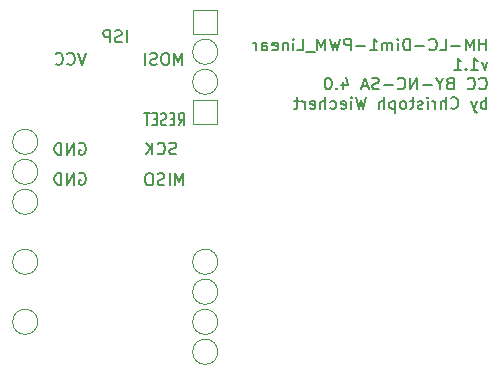
<source format=gbo>
G04 #@! TF.GenerationSoftware,KiCad,Pcbnew,5.1.5*
G04 #@! TF.CreationDate,2020-01-23T15:17:14+01:00*
G04 #@! TF.ProjectId,HM-LC-Dim1PWM-Linear,484d2d4c-432d-4446-996d-3150574d2d4c,rev?*
G04 #@! TF.SameCoordinates,Original*
G04 #@! TF.FileFunction,Legend,Bot*
G04 #@! TF.FilePolarity,Positive*
%FSLAX46Y46*%
G04 Gerber Fmt 4.6, Leading zero omitted, Abs format (unit mm)*
G04 Created by KiCad (PCBNEW 5.1.5) date 2020-01-23 15:17:14*
%MOMM*%
%LPD*%
G04 APERTURE LIST*
%ADD10C,0.120000*%
%ADD11C,0.150000*%
G04 APERTURE END LIST*
D10*
X135683553Y-111760000D02*
G75*
G03X135683553Y-111760000I-1063553J0D01*
G01*
X135683553Y-116840000D02*
G75*
G03X135683553Y-116840000I-1063553J0D01*
G01*
X150876000Y-95504000D02*
X150876000Y-97536000D01*
X150876000Y-97536000D02*
X148844000Y-97536000D01*
X148844000Y-95504000D02*
X150876000Y-95504000D01*
X148844000Y-97536000D02*
X148844000Y-95504000D01*
X148844000Y-105156000D02*
X148844000Y-103124000D01*
X150876000Y-105156000D02*
X148844000Y-105156000D01*
X150876000Y-103124000D02*
X150876000Y-105156000D01*
X148844000Y-103124000D02*
X150876000Y-103124000D01*
X135683553Y-121920000D02*
G75*
G03X135683553Y-121920000I-1063553J0D01*
G01*
X135683553Y-109220000D02*
G75*
G03X135683553Y-109220000I-1063553J0D01*
G01*
X135683553Y-106680000D02*
G75*
G03X135683553Y-106680000I-1063553J0D01*
G01*
X150923553Y-101600000D02*
G75*
G03X150923553Y-101600000I-1063553J0D01*
G01*
X150926214Y-99060000D02*
G75*
G03X150926214Y-99060000I-1063553J0D01*
G01*
X150926214Y-116840000D02*
G75*
G03X150926214Y-116840000I-1063553J0D01*
G01*
X150926214Y-119380000D02*
G75*
G03X150926214Y-119380000I-1063553J0D01*
G01*
X150923553Y-121924435D02*
G75*
G03X150923553Y-121924435I-1063553J0D01*
G01*
X150926214Y-124459999D02*
G75*
G03X150926214Y-124459999I-1063553J0D01*
G01*
D11*
X173654404Y-98942380D02*
X173654404Y-97942380D01*
X173654404Y-98418571D02*
X173082976Y-98418571D01*
X173082976Y-98942380D02*
X173082976Y-97942380D01*
X172606785Y-98942380D02*
X172606785Y-97942380D01*
X172273452Y-98656666D01*
X171940119Y-97942380D01*
X171940119Y-98942380D01*
X171463928Y-98561428D02*
X170702023Y-98561428D01*
X169749642Y-98942380D02*
X170225833Y-98942380D01*
X170225833Y-97942380D01*
X168844880Y-98847142D02*
X168892500Y-98894761D01*
X169035357Y-98942380D01*
X169130595Y-98942380D01*
X169273452Y-98894761D01*
X169368690Y-98799523D01*
X169416309Y-98704285D01*
X169463928Y-98513809D01*
X169463928Y-98370952D01*
X169416309Y-98180476D01*
X169368690Y-98085238D01*
X169273452Y-97990000D01*
X169130595Y-97942380D01*
X169035357Y-97942380D01*
X168892500Y-97990000D01*
X168844880Y-98037619D01*
X168416309Y-98561428D02*
X167654404Y-98561428D01*
X167178214Y-98942380D02*
X167178214Y-97942380D01*
X166940119Y-97942380D01*
X166797261Y-97990000D01*
X166702023Y-98085238D01*
X166654404Y-98180476D01*
X166606785Y-98370952D01*
X166606785Y-98513809D01*
X166654404Y-98704285D01*
X166702023Y-98799523D01*
X166797261Y-98894761D01*
X166940119Y-98942380D01*
X167178214Y-98942380D01*
X166178214Y-98942380D02*
X166178214Y-98275714D01*
X166178214Y-97942380D02*
X166225833Y-97990000D01*
X166178214Y-98037619D01*
X166130595Y-97990000D01*
X166178214Y-97942380D01*
X166178214Y-98037619D01*
X165702023Y-98942380D02*
X165702023Y-98275714D01*
X165702023Y-98370952D02*
X165654404Y-98323333D01*
X165559166Y-98275714D01*
X165416309Y-98275714D01*
X165321071Y-98323333D01*
X165273452Y-98418571D01*
X165273452Y-98942380D01*
X165273452Y-98418571D02*
X165225833Y-98323333D01*
X165130595Y-98275714D01*
X164987738Y-98275714D01*
X164892500Y-98323333D01*
X164844880Y-98418571D01*
X164844880Y-98942380D01*
X163844880Y-98942380D02*
X164416309Y-98942380D01*
X164130595Y-98942380D02*
X164130595Y-97942380D01*
X164225833Y-98085238D01*
X164321071Y-98180476D01*
X164416309Y-98228095D01*
X163416309Y-98561428D02*
X162654404Y-98561428D01*
X162178214Y-98942380D02*
X162178214Y-97942380D01*
X161797261Y-97942380D01*
X161702023Y-97990000D01*
X161654404Y-98037619D01*
X161606785Y-98132857D01*
X161606785Y-98275714D01*
X161654404Y-98370952D01*
X161702023Y-98418571D01*
X161797261Y-98466190D01*
X162178214Y-98466190D01*
X161273452Y-97942380D02*
X161035357Y-98942380D01*
X160844880Y-98228095D01*
X160654404Y-98942380D01*
X160416309Y-97942380D01*
X160035357Y-98942380D02*
X160035357Y-97942380D01*
X159702023Y-98656666D01*
X159368690Y-97942380D01*
X159368690Y-98942380D01*
X159130595Y-99037619D02*
X158368690Y-99037619D01*
X157654404Y-98942380D02*
X158130595Y-98942380D01*
X158130595Y-97942380D01*
X157321071Y-98942380D02*
X157321071Y-98275714D01*
X157321071Y-97942380D02*
X157368690Y-97990000D01*
X157321071Y-98037619D01*
X157273452Y-97990000D01*
X157321071Y-97942380D01*
X157321071Y-98037619D01*
X156844880Y-98275714D02*
X156844880Y-98942380D01*
X156844880Y-98370952D02*
X156797261Y-98323333D01*
X156702023Y-98275714D01*
X156559166Y-98275714D01*
X156463928Y-98323333D01*
X156416309Y-98418571D01*
X156416309Y-98942380D01*
X155559166Y-98894761D02*
X155654404Y-98942380D01*
X155844880Y-98942380D01*
X155940119Y-98894761D01*
X155987738Y-98799523D01*
X155987738Y-98418571D01*
X155940119Y-98323333D01*
X155844880Y-98275714D01*
X155654404Y-98275714D01*
X155559166Y-98323333D01*
X155511547Y-98418571D01*
X155511547Y-98513809D01*
X155987738Y-98609047D01*
X154654404Y-98942380D02*
X154654404Y-98418571D01*
X154702023Y-98323333D01*
X154797261Y-98275714D01*
X154987738Y-98275714D01*
X155082976Y-98323333D01*
X154654404Y-98894761D02*
X154749642Y-98942380D01*
X154987738Y-98942380D01*
X155082976Y-98894761D01*
X155130595Y-98799523D01*
X155130595Y-98704285D01*
X155082976Y-98609047D01*
X154987738Y-98561428D01*
X154749642Y-98561428D01*
X154654404Y-98513809D01*
X154178214Y-98942380D02*
X154178214Y-98275714D01*
X154178214Y-98466190D02*
X154130595Y-98370952D01*
X154082976Y-98323333D01*
X153987738Y-98275714D01*
X153892500Y-98275714D01*
X173749642Y-99925714D02*
X173511547Y-100592380D01*
X173273452Y-99925714D01*
X172368690Y-100592380D02*
X172940119Y-100592380D01*
X172654404Y-100592380D02*
X172654404Y-99592380D01*
X172749642Y-99735238D01*
X172844880Y-99830476D01*
X172940119Y-99878095D01*
X171940119Y-100497142D02*
X171892500Y-100544761D01*
X171940119Y-100592380D01*
X171987738Y-100544761D01*
X171940119Y-100497142D01*
X171940119Y-100592380D01*
X170940119Y-100592380D02*
X171511547Y-100592380D01*
X171225833Y-100592380D02*
X171225833Y-99592380D01*
X171321071Y-99735238D01*
X171416309Y-99830476D01*
X171511547Y-99878095D01*
X173082976Y-102147142D02*
X173130595Y-102194761D01*
X173273452Y-102242380D01*
X173368690Y-102242380D01*
X173511547Y-102194761D01*
X173606785Y-102099523D01*
X173654404Y-102004285D01*
X173702023Y-101813809D01*
X173702023Y-101670952D01*
X173654404Y-101480476D01*
X173606785Y-101385238D01*
X173511547Y-101290000D01*
X173368690Y-101242380D01*
X173273452Y-101242380D01*
X173130595Y-101290000D01*
X173082976Y-101337619D01*
X172082976Y-102147142D02*
X172130595Y-102194761D01*
X172273452Y-102242380D01*
X172368690Y-102242380D01*
X172511547Y-102194761D01*
X172606785Y-102099523D01*
X172654404Y-102004285D01*
X172702023Y-101813809D01*
X172702023Y-101670952D01*
X172654404Y-101480476D01*
X172606785Y-101385238D01*
X172511547Y-101290000D01*
X172368690Y-101242380D01*
X172273452Y-101242380D01*
X172130595Y-101290000D01*
X172082976Y-101337619D01*
X170559166Y-101718571D02*
X170416309Y-101766190D01*
X170368690Y-101813809D01*
X170321071Y-101909047D01*
X170321071Y-102051904D01*
X170368690Y-102147142D01*
X170416309Y-102194761D01*
X170511547Y-102242380D01*
X170892500Y-102242380D01*
X170892500Y-101242380D01*
X170559166Y-101242380D01*
X170463928Y-101290000D01*
X170416309Y-101337619D01*
X170368690Y-101432857D01*
X170368690Y-101528095D01*
X170416309Y-101623333D01*
X170463928Y-101670952D01*
X170559166Y-101718571D01*
X170892500Y-101718571D01*
X169702023Y-101766190D02*
X169702023Y-102242380D01*
X170035357Y-101242380D02*
X169702023Y-101766190D01*
X169368690Y-101242380D01*
X169035357Y-101861428D02*
X168273452Y-101861428D01*
X167797261Y-102242380D02*
X167797261Y-101242380D01*
X167225833Y-102242380D01*
X167225833Y-101242380D01*
X166178214Y-102147142D02*
X166225833Y-102194761D01*
X166368690Y-102242380D01*
X166463928Y-102242380D01*
X166606785Y-102194761D01*
X166702023Y-102099523D01*
X166749642Y-102004285D01*
X166797261Y-101813809D01*
X166797261Y-101670952D01*
X166749642Y-101480476D01*
X166702023Y-101385238D01*
X166606785Y-101290000D01*
X166463928Y-101242380D01*
X166368690Y-101242380D01*
X166225833Y-101290000D01*
X166178214Y-101337619D01*
X165749642Y-101861428D02*
X164987738Y-101861428D01*
X164559166Y-102194761D02*
X164416309Y-102242380D01*
X164178214Y-102242380D01*
X164082976Y-102194761D01*
X164035357Y-102147142D01*
X163987738Y-102051904D01*
X163987738Y-101956666D01*
X164035357Y-101861428D01*
X164082976Y-101813809D01*
X164178214Y-101766190D01*
X164368690Y-101718571D01*
X164463928Y-101670952D01*
X164511547Y-101623333D01*
X164559166Y-101528095D01*
X164559166Y-101432857D01*
X164511547Y-101337619D01*
X164463928Y-101290000D01*
X164368690Y-101242380D01*
X164130595Y-101242380D01*
X163987738Y-101290000D01*
X163606785Y-101956666D02*
X163130595Y-101956666D01*
X163702023Y-102242380D02*
X163368690Y-101242380D01*
X163035357Y-102242380D01*
X161511547Y-101575714D02*
X161511547Y-102242380D01*
X161749642Y-101194761D02*
X161987738Y-101909047D01*
X161368690Y-101909047D01*
X160987738Y-102147142D02*
X160940119Y-102194761D01*
X160987738Y-102242380D01*
X161035357Y-102194761D01*
X160987738Y-102147142D01*
X160987738Y-102242380D01*
X160321071Y-101242380D02*
X160225833Y-101242380D01*
X160130595Y-101290000D01*
X160082976Y-101337619D01*
X160035357Y-101432857D01*
X159987738Y-101623333D01*
X159987738Y-101861428D01*
X160035357Y-102051904D01*
X160082976Y-102147142D01*
X160130595Y-102194761D01*
X160225833Y-102242380D01*
X160321071Y-102242380D01*
X160416309Y-102194761D01*
X160463928Y-102147142D01*
X160511547Y-102051904D01*
X160559166Y-101861428D01*
X160559166Y-101623333D01*
X160511547Y-101432857D01*
X160463928Y-101337619D01*
X160416309Y-101290000D01*
X160321071Y-101242380D01*
X173654404Y-103892380D02*
X173654404Y-102892380D01*
X173654404Y-103273333D02*
X173559166Y-103225714D01*
X173368690Y-103225714D01*
X173273452Y-103273333D01*
X173225833Y-103320952D01*
X173178214Y-103416190D01*
X173178214Y-103701904D01*
X173225833Y-103797142D01*
X173273452Y-103844761D01*
X173368690Y-103892380D01*
X173559166Y-103892380D01*
X173654404Y-103844761D01*
X172844880Y-103225714D02*
X172606785Y-103892380D01*
X172368690Y-103225714D02*
X172606785Y-103892380D01*
X172702023Y-104130476D01*
X172749642Y-104178095D01*
X172844880Y-104225714D01*
X170654404Y-103797142D02*
X170702023Y-103844761D01*
X170844880Y-103892380D01*
X170940119Y-103892380D01*
X171082976Y-103844761D01*
X171178214Y-103749523D01*
X171225833Y-103654285D01*
X171273452Y-103463809D01*
X171273452Y-103320952D01*
X171225833Y-103130476D01*
X171178214Y-103035238D01*
X171082976Y-102940000D01*
X170940119Y-102892380D01*
X170844880Y-102892380D01*
X170702023Y-102940000D01*
X170654404Y-102987619D01*
X170225833Y-103892380D02*
X170225833Y-102892380D01*
X169797261Y-103892380D02*
X169797261Y-103368571D01*
X169844880Y-103273333D01*
X169940119Y-103225714D01*
X170082976Y-103225714D01*
X170178214Y-103273333D01*
X170225833Y-103320952D01*
X169321071Y-103892380D02*
X169321071Y-103225714D01*
X169321071Y-103416190D02*
X169273452Y-103320952D01*
X169225833Y-103273333D01*
X169130595Y-103225714D01*
X169035357Y-103225714D01*
X168702023Y-103892380D02*
X168702023Y-103225714D01*
X168702023Y-102892380D02*
X168749642Y-102940000D01*
X168702023Y-102987619D01*
X168654404Y-102940000D01*
X168702023Y-102892380D01*
X168702023Y-102987619D01*
X168273452Y-103844761D02*
X168178214Y-103892380D01*
X167987738Y-103892380D01*
X167892500Y-103844761D01*
X167844880Y-103749523D01*
X167844880Y-103701904D01*
X167892500Y-103606666D01*
X167987738Y-103559047D01*
X168130595Y-103559047D01*
X168225833Y-103511428D01*
X168273452Y-103416190D01*
X168273452Y-103368571D01*
X168225833Y-103273333D01*
X168130595Y-103225714D01*
X167987738Y-103225714D01*
X167892500Y-103273333D01*
X167559166Y-103225714D02*
X167178214Y-103225714D01*
X167416309Y-102892380D02*
X167416309Y-103749523D01*
X167368690Y-103844761D01*
X167273452Y-103892380D01*
X167178214Y-103892380D01*
X166702023Y-103892380D02*
X166797261Y-103844761D01*
X166844880Y-103797142D01*
X166892500Y-103701904D01*
X166892500Y-103416190D01*
X166844880Y-103320952D01*
X166797261Y-103273333D01*
X166702023Y-103225714D01*
X166559166Y-103225714D01*
X166463928Y-103273333D01*
X166416309Y-103320952D01*
X166368690Y-103416190D01*
X166368690Y-103701904D01*
X166416309Y-103797142D01*
X166463928Y-103844761D01*
X166559166Y-103892380D01*
X166702023Y-103892380D01*
X165940119Y-103225714D02*
X165940119Y-104225714D01*
X165940119Y-103273333D02*
X165844880Y-103225714D01*
X165654404Y-103225714D01*
X165559166Y-103273333D01*
X165511547Y-103320952D01*
X165463928Y-103416190D01*
X165463928Y-103701904D01*
X165511547Y-103797142D01*
X165559166Y-103844761D01*
X165654404Y-103892380D01*
X165844880Y-103892380D01*
X165940119Y-103844761D01*
X165035357Y-103892380D02*
X165035357Y-102892380D01*
X164606785Y-103892380D02*
X164606785Y-103368571D01*
X164654404Y-103273333D01*
X164749642Y-103225714D01*
X164892500Y-103225714D01*
X164987738Y-103273333D01*
X165035357Y-103320952D01*
X163463928Y-102892380D02*
X163225833Y-103892380D01*
X163035357Y-103178095D01*
X162844880Y-103892380D01*
X162606785Y-102892380D01*
X162225833Y-103892380D02*
X162225833Y-103225714D01*
X162225833Y-102892380D02*
X162273452Y-102940000D01*
X162225833Y-102987619D01*
X162178214Y-102940000D01*
X162225833Y-102892380D01*
X162225833Y-102987619D01*
X161368690Y-103844761D02*
X161463928Y-103892380D01*
X161654404Y-103892380D01*
X161749642Y-103844761D01*
X161797261Y-103749523D01*
X161797261Y-103368571D01*
X161749642Y-103273333D01*
X161654404Y-103225714D01*
X161463928Y-103225714D01*
X161368690Y-103273333D01*
X161321071Y-103368571D01*
X161321071Y-103463809D01*
X161797261Y-103559047D01*
X160463928Y-103844761D02*
X160559166Y-103892380D01*
X160749642Y-103892380D01*
X160844880Y-103844761D01*
X160892500Y-103797142D01*
X160940119Y-103701904D01*
X160940119Y-103416190D01*
X160892500Y-103320952D01*
X160844880Y-103273333D01*
X160749642Y-103225714D01*
X160559166Y-103225714D01*
X160463928Y-103273333D01*
X160035357Y-103892380D02*
X160035357Y-102892380D01*
X159606785Y-103892380D02*
X159606785Y-103368571D01*
X159654404Y-103273333D01*
X159749642Y-103225714D01*
X159892500Y-103225714D01*
X159987738Y-103273333D01*
X160035357Y-103320952D01*
X158749642Y-103844761D02*
X158844880Y-103892380D01*
X159035357Y-103892380D01*
X159130595Y-103844761D01*
X159178214Y-103749523D01*
X159178214Y-103368571D01*
X159130595Y-103273333D01*
X159035357Y-103225714D01*
X158844880Y-103225714D01*
X158749642Y-103273333D01*
X158702023Y-103368571D01*
X158702023Y-103463809D01*
X159178214Y-103559047D01*
X158273452Y-103892380D02*
X158273452Y-103225714D01*
X158273452Y-103416190D02*
X158225833Y-103320952D01*
X158178214Y-103273333D01*
X158082976Y-103225714D01*
X157987738Y-103225714D01*
X157797261Y-103225714D02*
X157416309Y-103225714D01*
X157654404Y-102892380D02*
X157654404Y-103749523D01*
X157606785Y-103844761D01*
X157511547Y-103892380D01*
X157416309Y-103892380D01*
X147982902Y-110354441D02*
X147982902Y-109354441D01*
X147649569Y-110068727D01*
X147316235Y-109354441D01*
X147316235Y-110354441D01*
X146840045Y-110354441D02*
X146840045Y-109354441D01*
X146411474Y-110306822D02*
X146268616Y-110354441D01*
X146030521Y-110354441D01*
X145935283Y-110306822D01*
X145887664Y-110259203D01*
X145840045Y-110163965D01*
X145840045Y-110068727D01*
X145887664Y-109973489D01*
X145935283Y-109925870D01*
X146030521Y-109878251D01*
X146220997Y-109830632D01*
X146316235Y-109783013D01*
X146363854Y-109735394D01*
X146411474Y-109640156D01*
X146411474Y-109544918D01*
X146363854Y-109449680D01*
X146316235Y-109402061D01*
X146220997Y-109354441D01*
X145982902Y-109354441D01*
X145840045Y-109402061D01*
X145220997Y-109354441D02*
X145030521Y-109354441D01*
X144935283Y-109402061D01*
X144840045Y-109497299D01*
X144792426Y-109687775D01*
X144792426Y-110021108D01*
X144840045Y-110211584D01*
X144935283Y-110306822D01*
X145030521Y-110354441D01*
X145220997Y-110354441D01*
X145316235Y-110306822D01*
X145411474Y-110211584D01*
X145459093Y-110021108D01*
X145459093Y-109687775D01*
X145411474Y-109497299D01*
X145316235Y-109402061D01*
X145220997Y-109354441D01*
X147398345Y-107702738D02*
X147255488Y-107750357D01*
X147017392Y-107750357D01*
X146922154Y-107702738D01*
X146874535Y-107655119D01*
X146826916Y-107559881D01*
X146826916Y-107464643D01*
X146874535Y-107369405D01*
X146922154Y-107321786D01*
X147017392Y-107274167D01*
X147207869Y-107226548D01*
X147303107Y-107178929D01*
X147350726Y-107131310D01*
X147398345Y-107036072D01*
X147398345Y-106940834D01*
X147350726Y-106845596D01*
X147303107Y-106797977D01*
X147207869Y-106750357D01*
X146969773Y-106750357D01*
X146826916Y-106797977D01*
X145826916Y-107655119D02*
X145874535Y-107702738D01*
X146017392Y-107750357D01*
X146112631Y-107750357D01*
X146255488Y-107702738D01*
X146350726Y-107607500D01*
X146398345Y-107512262D01*
X146445964Y-107321786D01*
X146445964Y-107178929D01*
X146398345Y-106988453D01*
X146350726Y-106893215D01*
X146255488Y-106797977D01*
X146112631Y-106750357D01*
X146017392Y-106750357D01*
X145874535Y-106797977D01*
X145826916Y-106845596D01*
X145398345Y-107750357D02*
X145398345Y-106750357D01*
X144826916Y-107750357D02*
X145255488Y-107178929D01*
X144826916Y-106750357D02*
X145398345Y-107321786D01*
X147603968Y-105271770D02*
X147870635Y-104795580D01*
X148061111Y-105271770D02*
X148061111Y-104271770D01*
X147756349Y-104271770D01*
X147680159Y-104319390D01*
X147642064Y-104367009D01*
X147603968Y-104462247D01*
X147603968Y-104605104D01*
X147642064Y-104700342D01*
X147680159Y-104747961D01*
X147756349Y-104795580D01*
X148061111Y-104795580D01*
X147261111Y-104747961D02*
X146994444Y-104747961D01*
X146880159Y-105271770D02*
X147261111Y-105271770D01*
X147261111Y-104271770D01*
X146880159Y-104271770D01*
X146575397Y-105224151D02*
X146461111Y-105271770D01*
X146270635Y-105271770D01*
X146194444Y-105224151D01*
X146156349Y-105176532D01*
X146118254Y-105081294D01*
X146118254Y-104986056D01*
X146156349Y-104890818D01*
X146194444Y-104843199D01*
X146270635Y-104795580D01*
X146423016Y-104747961D01*
X146499206Y-104700342D01*
X146537302Y-104652723D01*
X146575397Y-104557485D01*
X146575397Y-104462247D01*
X146537302Y-104367009D01*
X146499206Y-104319390D01*
X146423016Y-104271770D01*
X146232540Y-104271770D01*
X146118254Y-104319390D01*
X145775397Y-104747961D02*
X145508730Y-104747961D01*
X145394444Y-105271770D02*
X145775397Y-105271770D01*
X145775397Y-104271770D01*
X145394444Y-104271770D01*
X145165873Y-104271770D02*
X144708730Y-104271770D01*
X144937302Y-105271770D02*
X144937302Y-104271770D01*
X147920153Y-100173412D02*
X147920153Y-99173412D01*
X147586820Y-99887698D01*
X147253486Y-99173412D01*
X147253486Y-100173412D01*
X146586820Y-99173412D02*
X146396344Y-99173412D01*
X146301105Y-99221032D01*
X146205867Y-99316270D01*
X146158248Y-99506746D01*
X146158248Y-99840079D01*
X146205867Y-100030555D01*
X146301105Y-100125793D01*
X146396344Y-100173412D01*
X146586820Y-100173412D01*
X146682058Y-100125793D01*
X146777296Y-100030555D01*
X146824915Y-99840079D01*
X146824915Y-99506746D01*
X146777296Y-99316270D01*
X146682058Y-99221032D01*
X146586820Y-99173412D01*
X145777296Y-100125793D02*
X145634439Y-100173412D01*
X145396344Y-100173412D01*
X145301105Y-100125793D01*
X145253486Y-100078174D01*
X145205867Y-99982936D01*
X145205867Y-99887698D01*
X145253486Y-99792460D01*
X145301105Y-99744841D01*
X145396344Y-99697222D01*
X145586820Y-99649603D01*
X145682058Y-99601984D01*
X145729677Y-99554365D01*
X145777296Y-99459127D01*
X145777296Y-99363889D01*
X145729677Y-99268651D01*
X145682058Y-99221032D01*
X145586820Y-99173412D01*
X145348725Y-99173412D01*
X145205867Y-99221032D01*
X144777296Y-100173412D02*
X144777296Y-99173412D01*
X139763333Y-99147380D02*
X139430000Y-100147380D01*
X139096666Y-99147380D01*
X138191904Y-100052142D02*
X138239523Y-100099761D01*
X138382380Y-100147380D01*
X138477619Y-100147380D01*
X138620476Y-100099761D01*
X138715714Y-100004523D01*
X138763333Y-99909285D01*
X138810952Y-99718809D01*
X138810952Y-99575952D01*
X138763333Y-99385476D01*
X138715714Y-99290238D01*
X138620476Y-99195000D01*
X138477619Y-99147380D01*
X138382380Y-99147380D01*
X138239523Y-99195000D01*
X138191904Y-99242619D01*
X137191904Y-100052142D02*
X137239523Y-100099761D01*
X137382380Y-100147380D01*
X137477619Y-100147380D01*
X137620476Y-100099761D01*
X137715714Y-100004523D01*
X137763333Y-99909285D01*
X137810952Y-99718809D01*
X137810952Y-99575952D01*
X137763333Y-99385476D01*
X137715714Y-99290238D01*
X137620476Y-99195000D01*
X137477619Y-99147380D01*
X137382380Y-99147380D01*
X137239523Y-99195000D01*
X137191904Y-99242619D01*
X139191904Y-109355000D02*
X139287142Y-109307380D01*
X139430000Y-109307380D01*
X139572857Y-109355000D01*
X139668095Y-109450238D01*
X139715714Y-109545476D01*
X139763333Y-109735952D01*
X139763333Y-109878809D01*
X139715714Y-110069285D01*
X139668095Y-110164523D01*
X139572857Y-110259761D01*
X139430000Y-110307380D01*
X139334761Y-110307380D01*
X139191904Y-110259761D01*
X139144285Y-110212142D01*
X139144285Y-109878809D01*
X139334761Y-109878809D01*
X138715714Y-110307380D02*
X138715714Y-109307380D01*
X138144285Y-110307380D01*
X138144285Y-109307380D01*
X137668095Y-110307380D02*
X137668095Y-109307380D01*
X137430000Y-109307380D01*
X137287142Y-109355000D01*
X137191904Y-109450238D01*
X137144285Y-109545476D01*
X137096666Y-109735952D01*
X137096666Y-109878809D01*
X137144285Y-110069285D01*
X137191904Y-110164523D01*
X137287142Y-110259761D01*
X137430000Y-110307380D01*
X137668095Y-110307380D01*
X139191904Y-106815000D02*
X139287142Y-106767380D01*
X139430000Y-106767380D01*
X139572857Y-106815000D01*
X139668095Y-106910238D01*
X139715714Y-107005476D01*
X139763333Y-107195952D01*
X139763333Y-107338809D01*
X139715714Y-107529285D01*
X139668095Y-107624523D01*
X139572857Y-107719761D01*
X139430000Y-107767380D01*
X139334761Y-107767380D01*
X139191904Y-107719761D01*
X139144285Y-107672142D01*
X139144285Y-107338809D01*
X139334761Y-107338809D01*
X138715714Y-107767380D02*
X138715714Y-106767380D01*
X138144285Y-107767380D01*
X138144285Y-106767380D01*
X137668095Y-107767380D02*
X137668095Y-106767380D01*
X137430000Y-106767380D01*
X137287142Y-106815000D01*
X137191904Y-106910238D01*
X137144285Y-107005476D01*
X137096666Y-107195952D01*
X137096666Y-107338809D01*
X137144285Y-107529285D01*
X137191904Y-107624523D01*
X137287142Y-107719761D01*
X137430000Y-107767380D01*
X137668095Y-107767380D01*
X143216190Y-98242380D02*
X143216190Y-97242380D01*
X142787619Y-98194761D02*
X142644761Y-98242380D01*
X142406666Y-98242380D01*
X142311428Y-98194761D01*
X142263809Y-98147142D01*
X142216190Y-98051904D01*
X142216190Y-97956666D01*
X142263809Y-97861428D01*
X142311428Y-97813809D01*
X142406666Y-97766190D01*
X142597142Y-97718571D01*
X142692380Y-97670952D01*
X142740000Y-97623333D01*
X142787619Y-97528095D01*
X142787619Y-97432857D01*
X142740000Y-97337619D01*
X142692380Y-97290000D01*
X142597142Y-97242380D01*
X142359047Y-97242380D01*
X142216190Y-97290000D01*
X141787619Y-98242380D02*
X141787619Y-97242380D01*
X141406666Y-97242380D01*
X141311428Y-97290000D01*
X141263809Y-97337619D01*
X141216190Y-97432857D01*
X141216190Y-97575714D01*
X141263809Y-97670952D01*
X141311428Y-97718571D01*
X141406666Y-97766190D01*
X141787619Y-97766190D01*
M02*

</source>
